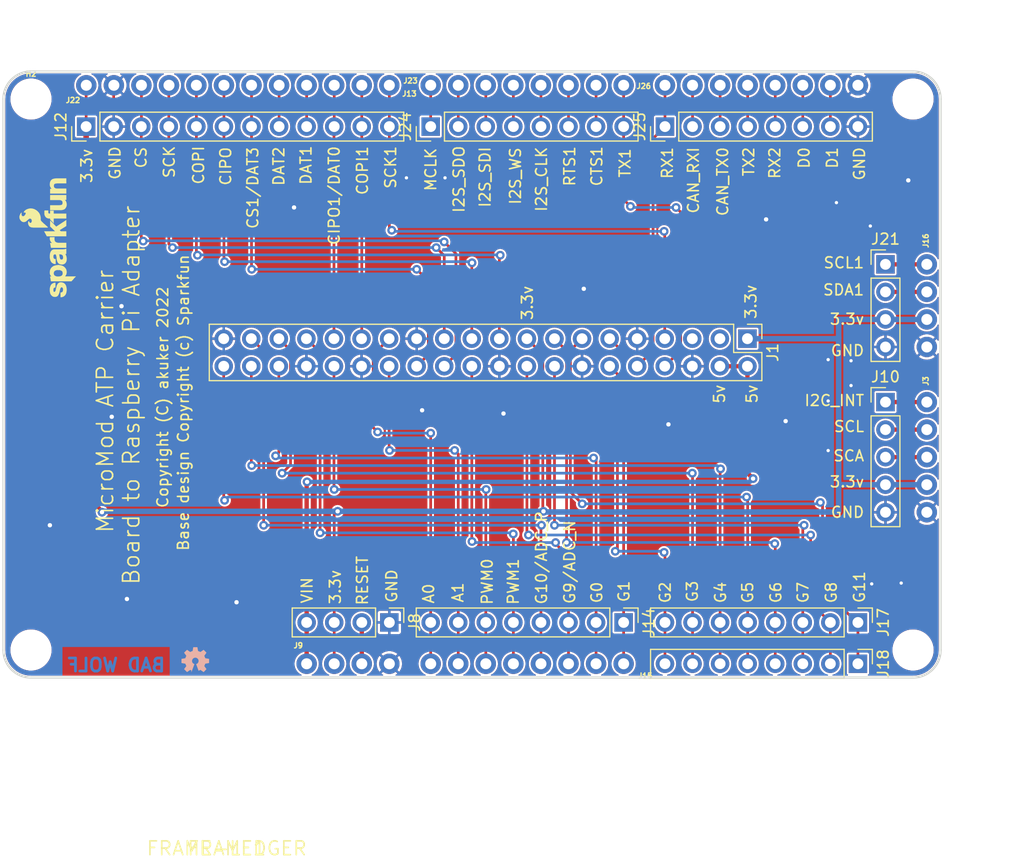
<source format=kicad_pcb>
(kicad_pcb (version 20211014) (generator pcbnew)
  (layers (0 "F.Cu" signal) (31 "B.Cu" signal) (34 "B.Paste" user) (35 "F.Paste" user) (36 "B.SilkS" user "B.Silkscreen") (37 "F.SilkS" user "F.Silkscreen") (38 "B.Mask" user) (39 "F.Mask" user) (44 "Edge.Cuts" user))
  (net 0 "")
  (net 1 "GND")
  (net 2 "3.3V")
  (net 3 "/I2C_~{INT}")
  (net 4 "/SCL")
  (net 5 "/SDA")
  (net 6 "/~{RESET}")
  (net 7 "/~{CS}")
  (net 8 "/SCK")
  (net 9 "/COPI")
  (net 10 "VIN")
  (net 11 "/CIPO")
  (net 12 "/~{CS1}{slash}DAT3")
  (net 13 "/DAT2")
  (net 14 "/DAT1")
  (net 15 "/CIPO1{slash}DAT0")
  (net 16 "/COPI1")
  (net 17 "/SCK1")
  (net 18 "/G1")
  (net 19 "/G0")
  (net 20 "/G9{slash}ADC_N")
  (net 21 "/G10{slash}ADC_P")
  (net 22 "/PWM1")
  (net 23 "/PWM0")
  (net 24 "/A1")
  (net 25 "/A0")
  (net 26 "/SCL1")
  (net 27 "/SDA1")
  (net 28 "/G11")
  (net 29 "/G8")
  (net 30 "/G7")
  (net 31 "/G6")
  (net 32 "/G5")
  (net 33 "/G4")
  (net 34 "/G3")
  (net 35 "/G2")
  (net 36 "/MCLK")
  (net 37 "/I2S_SDO")
  (net 38 "/I2S_SDI")
  (net 39 "/I2S_WS")
  (net 40 "/I2S_CLK")
  (net 41 "/RTS1")
  (net 42 "/CTS1")
  (net 43 "/TX1")
  (net 44 "/RX1")
  (net 45 "/CAN_RXI")
  (net 46 "/CAN_TXO")
  (net 47 "/TX2")
  (net 48 "/RX2")
  (net 49 "/D0")
  (net 50 "/D1")
  (footprint "MicroMod_ATP_CarrierBoard:1X04_NO_SILK" (layer "F.Cu") (at 112.9561 78.3336)
    (fp_text reference "J22")
    (fp_text value "CONN_041X04_NO_SILK_NO_POP")
  )
  (footprint "Connector_PinHeader_2.54mm:PinHeader_1x08_P2.54mm_Vertical" (layer "F.Cu") (at 184.0611 127.8636 -90)
    (fp_text reference "J17")
    (fp_text value "CONN_08SMD-COMBO-FEMALE")
  )
  (footprint "Connector_PinHeader_2.54mm:PinHeader_1x08_P2.54mm_Vertical" (layer "F.Cu") (at 162.4711 127.8636 -90)
    (fp_text reference "J14")
    (fp_text value "CONN_08SMD-COMBO-FEMALE")
  )
  (footprint "Connector_PinHeader_2.54mm:PinHeader_1x05_P2.54mm_Vertical" (layer "F.Cu") (at 186.6011 107.5436)
    (fp_text reference "J10")
    (fp_text value "CONN_05VERT_FEMALE_HEADER")
  )
  (footprint "Connector_PinHeader_2.54mm:PinHeader_1x04_P2.54mm_Vertical" (layer "F.Cu") (at 186.6011 94.8436)
    (fp_text reference "J21")
    (fp_text value "1X04_SMD_STRAIGHT_COMBO")
  )
  (footprint "MicroMod_ATP_CarrierBoard:STAND-OFF" (layer "F.Cu") (at 107.8611 130.4036)
    (fp_text reference "H4")
    (fp_text value "STAND-OFF")
  )
  (footprint "MicroMod_ATP_CarrierBoard:STAND-OFF" (layer "F.Cu") (at 189.1411 130.4036)
    (fp_text reference "H3")
    (fp_text value "STAND-OFF")
  )
  (footprint "Connector_PinHeader_2.54mm:PinHeader_1x12_P2.54mm_Vertical" (layer "F.Cu") (at 112.9411 82.1436 90)
    (fp_text reference "J12")
    (fp_text value "CONN_12SMD_COMBINED")
  )
  (footprint "MicroMod_ATP_CarrierBoard:1X04_NO_SILK" (layer "F.Cu") (at 190.4111 94.8436 -90)
    (fp_text reference "J16")
    (fp_text value "CONN_041X04_NO_SILK_NO_POP")
  )
  (footprint "MicroMod_ATP_CarrierBoard:1X08_NO_SILK" (layer "F.Cu") (at 162.4711 131.6736 180)
    (fp_text reference "J15")
    (fp_text value "CONN_08NO_SILK_FEMALE_PTH")
  )
  (footprint "MicroMod_ATP_CarrierBoard:STAND-OFF" (layer "F.Cu") (at 107.8611 79.6036)
    (fp_text reference "H2")
    (fp_text value "STAND-OFF")
  )
  (footprint "MicroMod_ATP_CarrierBoard:CREATIVE_COMMONS" (layer "F.Cu") (at 125.8951 148.6916)
    (fp_text reference "FRAME1")
    (fp_text value "FRAME-LEDGER")
  )
  (footprint "Connector_PinHeader_2.54mm:PinHeader_2x20_P2.54mm_Vertical" (layer "F.Cu") (at 173.88 101.7 -90)
    (fp_text reference "J1")
    (fp_text value "Raspberry_Pi_2_3")
  )
  (footprint "MicroMod_ATP_CarrierBoard:STAND-OFF" (layer "F.Cu") (at 189.1411 79.6036)
    (fp_text reference "H1")
    (fp_text value "STAND-OFF")
  )
  (footprint "Connector_PinHeader_2.54mm:PinHeader_1x04_P2.54mm_Vertical" (layer "F.Cu") (at 140.8811 127.8636 -90)
    (fp_text reference "J8")
    (fp_text value "1X04_SMD_STRAIGHT_COMBO")
  )
  (footprint "Connector_PinHeader_2.54mm:PinHeader_1x08_P2.54mm_Vertical" (layer "F.Cu") (at 166.2811 82.1436 90)
    (fp_text reference "J25")
    (fp_text value "CONN_08SMD-COMBO-FEMALE")
  )
  (footprint "MicroMod_ATP_CarrierBoard:SFE_LOGO_NAME_FLAME_.1" (layer "F.Cu") (at 110.494059 92.312845 90)
    (fp_text reference "LOGO1")
    (fp_text value "SFE_LOGO_NAME_FLAME.1_INCH")
  )
  (footprint "Connector_PinHeader_2.54mm:PinHeader_1x08_P2.54mm_Vertical" (layer "F.Cu") (at 184.0611 131.6736 -90)
    (fp_text reference "J18")
    (fp_text value "CONN_08NO_SILK_FEMALE_PTH")
  )
  (footprint "MicroMod_ATP_CarrierBoard:1X08_NO_SILK" (layer "F.Cu") (at 144.6911 78.3336)
    (fp_text reference "J23")
    (fp_text value "CONN_08NO_SILK_FEMALE_PTH")
  )
  (footprint "MicroMod_ATP_CarrierBoard:1X08_NO_SILK" (layer "F.Cu") (at 140.8811 78.3336 180)
    (fp_text reference "J13")
    (fp_text value "CONN_08NO_SILK_DNP")
  )
  (footprint "Connector_PinHeader_2.54mm:PinHeader_1x08_P2.54mm_Vertical" (layer "F.Cu") (at 144.6911 82.1436 90)
    (fp_text reference "J24")
    (fp_text value "CONN_08SMD-COMBO-FEMALE")
  )
  (footprint "MicroMod_ATP_CarrierBoard:1X08_NO_SILK" (layer "F.Cu") (at 166.2811 78.3336)
    (fp_text reference "J26")
    (fp_text value "CONN_08NO_SILK_FEMALE_PTH")
  )
  (footprint "MicroMod_ATP_CarrierBoard:1X04_NO_SILK" (layer "F.Cu") (at 133.2611 131.6736)
    (fp_text reference "J9")
    (fp_text value "CONN_041X04_NO_SILK")
  )
  (footprint "MicroMod_ATP_CarrierBoard:1X05_NO_SILK" (layer "F.Cu") (at 190.4111 107.5436 -90)
    (fp_text reference "J3")
    (fp_text value "CONN_05NO_SILK")
  )
  (footprint "MicroMod_ATP_CarrierBoard:OSHW-LOGO-MINI" (layer "B.Cu") (at 123 131.4 180)
    (fp_text reference "LOGO3" hide)
    (fp_text value "OSHW-LOGOMINI" hide)
  )
  (gr_arc (start 189.1411 77.0636) (mid 190.937151 77.807549) (end 191.6811 79.6036) (layer "Edge.Cuts") (width 0.2032))
  (gr_line (start 107.8611 77.0636) (end 189.1411 77.0636) (layer "Edge.Cuts") (width 0.2032))
  (gr_line (start 191.6811 79.6036) (end 191.6811 130.4036) (layer "Edge.Cuts") (width 0.2032))
  (gr_arc (start 191.6811 130.4036) (mid 190.937151 132.199651) (end 189.1411 132.9436) (layer "Edge.Cuts") (width 0.2032))
  (gr_line (start 105.3211 130.4036) (end 105.3211 79.6036) (layer "Edge.Cuts") (width 0.2032))
  (gr_line (start 189.1411 132.9436) (end 107.8611 132.9436) (layer "Edge.Cuts") (width 0.2032))
  (gr_arc (start 107.8611 132.9436) (mid 106.065049 132.199651) (end 105.3211 130.4036) (layer "Edge.Cuts") (width 0.2032))
  (gr_arc (start 105.3211 79.6036) (mid 106.065049 77.807549) (end 107.8611 77.0636) (layer "Edge.Cuts") (width 0.2032))
  (gr_text "BAD WOLF" (at 115.7 131.8) (layer "B.Cu") (effects (font (size 1.2 1.2) (thickness 0.254)) (justify mirror)))
  (gr_text "GND" (at 183.1 102.8) (layer "F.SilkS") (effects (font (size 1 1))))
  (gr_text "G1" (at 162.5 125 90) (layer "F.SilkS") (effects (font (size 1 1))))
  (gr_text "DAT1" (at 133.2 85.7 90) (layer "F.SilkS") (effects (font (size 1 1))))
  (gr_text "I2S_SDO\n" (at 147.3 87 90) (layer "F.SilkS") (effects (font (size 1 1))))
  (gr_text "SCA" (at 183.219048 112.5) (layer "F.SilkS") (effects (font (size 1 1))))
  (gr_text "CS" (at 118 85 90) (layer "F.SilkS") (effects (font (size 1 1))))
  (gr_text "5v" (at 171.3 106.8 90) (layer "F.SilkS") (effects (font (size 1 1))))
  (gr_text "GND" (at 183.1 117.7) (layer "F.SilkS") (effects (font (size 1 1))))
  (gr_text "CTS1" (at 160 85.8 90) (layer "F.SilkS") (effects (font (size 1 1))))
  (gr_text "CAN_TX0" (at 171.6 87.214286 90) (layer "F.SilkS") (effects (font (size 1 1))))
  (gr_text "3.3v" (at 183.052381 114.9) (layer "F.SilkS") (effects (font (size 1 1))))
  (gr_text "SCL" (at 183.242857 109.8) (layer "F.SilkS") (effects (font (size 1 1))))
  (gr_text "G6" (at 176.5 125.1 90) (layer "F.SilkS") (effects (font (size 1 1))))
  (gr_text "MicroMod ATP Carrier \nBoard to Raspberry Pi Adapter" (at 115.9 106.9 90) (layer "F.SilkS") (effects (font (size 1.5 1.5))))
  (gr_text "I2C_INT" (at 181.885715 107.4) (layer "F.SilkS") (effects (font (size 1 1))))
  (gr_text "PWM0" (at 149.9 124.1 90) (layer "F.SilkS") (effects (font (size 1 1))))
  (gr_text "G10/ADC_P" (at 154.9 121.9 90) (layer "F.SilkS") (effects (font (size 1 1))))
  (gr_text "DAT2" (at 130.7 85.8 90) (layer "F.SilkS") (effects (font (size 1 1))))
  (gr_text "PWM1" (at 152.3 124.1 90) (layer "F.SilkS") (effects (font (size 1 1))))
  (gr_text "COPI" (at 123.3 85.7 90) (layer "F.SilkS") (effects (font (size 1 1))))
  (gr_text "G2" (at 166.3 125.1 90) (layer "F.SilkS") (effects (font (size 1 1))))
  (gr_text "CS1/DAT3" (at 128.3 87.8 90) (layer "F.SilkS") (effects (font (size 1 1))))
  (gr_text "G8" (at 181.6 125.1 90) (layer "F.SilkS") (effects (font (size 1 1))))
  (gr_text "CIPO1/DAT0" (at 135.8 88.5 90) (layer "F.SilkS") (effects (font (size 1 1))))
  (gr_text "I2S_WS" (at 152.5 86.7 90) (layer "F.SilkS") (effects (font (size 1 1))))
  (gr_text "MCLK" (at 144.7 86.1 90) (layer "F.SilkS") (effects (font (size 1 1))))
  (gr_text "RTS1" (at 157.5 85.8 90) (layer "F.SilkS") (effects (font (size 1 1))))
  (gr_text "Copyright (C) akuker 2022" (at 120 107.1 90) (layer "F.SilkS") (effects (font (size 1 1))))
  (gr_text "D1" (at 181.7 85.02381 90) (layer "F.SilkS") (effects (font (size 1 1))))
  (gr_text "GND" (at 115.6 85.5 90) (layer "F.SilkS") (effects (font (size 1 1))))
  (gr_text "G3" (at 168.8 125 90) (layer "F.SilkS") (effects (font (size 1 1))))
  (gr_text "G9/ADC_N" (at 157.5 122.3 90) (layer "F.SilkS") (effects (font (size 1 1))))
  (gr_text "CAN_RXI" (at 168.9 87.095238 90) (layer "F.SilkS") (effects (font (size 1 1))))
  (gr_text "I2S_CLK\n" (at 154.9 87 90) (layer "F.SilkS") (effects (font (size 1 1))))
  (gr_text "3.3v" (at 174.2 98.3 90) (layer "F.SilkS") (effects (font (size 1 1))))
  (gr_text "TX2" (at 174 85.380953 90) (layer "F.SilkS") (effects (font (size 1 1))))
  (gr_text "3.3v" (at 183.052381 99.9) (layer "F.SilkS") (effects (font (size 1 1))))
  (gr_text "GND" (at 184.2 85.571429 90) (layer "F.SilkS") (effects (font (size 1 1))))
  (gr_text "G5" (at 173.9 125.1 90) (layer "F.SilkS") (effects (font (size 1 1))))
  (gr_text "D0" (at 179.1 85.02381 90) (layer "F.SilkS") (effects (font (size 1 1))))
  (gr_text "SCK" (at 120.6 85.4 90) (layer "F.SilkS") (effects (font (size 1 1))))
  (gr_text "Base design Copyright (c) Sparkfun" (at 121.9 107.6 90) (layer "F.SilkS") (effects (font (size 1 1))))
  (gr_text "RX2" (at 176.4 85.5 90) (layer "F.SilkS") (effects (font (size 1 1))))
  (gr_text "SCK1" (at 141 85.9 90) (layer "F.SilkS") (effects (font (size 1 1))))
  (gr_text "G0" (at 160 125.1 90) (layer "F.SilkS") (effects (font (size 1 1))))
  (gr_text "I2S_SDI\n" (at 149.7 86.8 90) (layer "F.SilkS") (effects (font (size 1 1))))
  (gr_text "SDA1" (at 182.742857 97.2) (layer "F.SilkS") (effects (font (size 1 1))))
  (gr_text "VIN" (at 133.3 124.9 90) (layer "F.SilkS") (effects (font (size 1 1))))
  (gr_text "SCL1" (at 182.766667 94.7) (layer "F.SilkS") (effects (font (size 1 1))))
  (gr_text "RX1" (at 166.5 85.5 90) (layer "F.SilkS") (effects (font (size 1 1))))
  (gr_text "G7" (at 179 125.1 90) (layer "F.SilkS") (effects (font (size 1 1))))
  (gr_text "CIPO" (at 125.8 85.8 90) (layer "F.SilkS") (effects (font (size 1 1))))
  (gr_text "G11" (at 184.2 124.6 90) (layer "F.SilkS") (effects (font (size 1 1))))
  (gr_text "TX1" (at 162.6 85.5 90) (layer "F.SilkS") (effects (font (size 1 1))))
  (gr_text "COPI1" (at 138.4 86.2 90) (layer "F.SilkS") (effects (font (size 1 1))))
  (gr_text "A1" (at 147.2 125.1 90) (layer "F.SilkS") (effects (font (size 1 1))))
  (gr_text "A0" (at 144.5 125.2 90) (layer "F.SilkS") (effects (font (size 1 1))))
  (gr_text "3.3v" (at 135.9 124.6 90) (layer "F.SilkS") (effects (font (size 1 1))))
  (gr_text "3.3v" (at 153.6 98.4 90) (layer "F.SilkS") (effects (font (size 1 1))))
  (gr_text "3.3v" (at 113 84.1 90) (layer "F.SilkS") (effects (font (size 1 1)) (justify right)))
  (gr_text "GND" (at 141.1 124.5 90) (layer "F.SilkS") (effects (font (size 1 1))))
  (gr_text "RESET" (at 138.4 124 90) (layer "F.SilkS") (effects (font (size 1 1))))
  (gr_text "5v\n" (at 174.3 106.8 90) (layer "F.SilkS") (effects (font (size 1 1))))
  (gr_text "G4" (at 171.4 125.1 90) (layer "F.SilkS") (effects (font (size 1 1))))
  (segment (start 115.4811 78.3486) (end 115.4961 78.3336) (width 0.25) (layer "F.Cu") (net 1))
  (segment (start 115.4811 82.1436) (end 115.4811 78.3486) (width 0.25) (layer "F.Cu") (net 1))
  (via (at 181.3179 112.014) (size 0.5588) (drill 0.3048) (layers "F.Cu" "B.Cu") (net 1))
  (via (at 181.3179 107.442) (size 0.5588) (drill 0.3048) (layers "F.Cu" "B.Cu") (net 1))
  (via (at 188.0489 124.2314) (size 0.5588) (drill 0.3048) (layers "F.Cu" "B.Cu") (net 1))
  (via (at 151.4 108.6) (size 0.8) (drill 0.4) (layers "F.Cu" "B.Cu") (net 1))
  (via (at 132.1 89.6) (size 0.8) (drill 0.4) (layers "F.Cu" "B.Cu") (net 1))
  (via (at 185.2041 91.313) (size 0.5588) (drill 0.3048) (layers "F.Cu" "B.Cu") (net 1))
  (via (at 116.2 98.7) (size 0.8) (drill 0.4) (layers "F.Cu" "B.Cu") (net 1))
  (via (at 175.6 90.7) (size 0.8) (drill 0.4) (layers "F.Cu" "B.Cu") (net 1))
  (via (at 143.9 108.3) (size 0.8) (drill 0.4) (layers "F.Cu" "B.Cu") (net 1))
  (via (at 146.0119 86.868) (size 0.5588) (drill 0.3048) (layers "F.Cu" "B.Cu") (net 1))
  (via (at 183.4261 103.7336) (size 0.5588) (drill 0.3048) (layers "F.Cu" "B.Cu") (net 1))
  (via (at 158.8 97.1) (size 0.8) (drill 0.4) (layers "F.Cu" "B.Cu") (net 1))
  (via (at 183.4261 106.0196) (size 0.5588) (drill 0.3048) (layers "F.Cu" "B.Cu") (net 1))
  (via (at 116.7 125.7) (size 0.8) (drill 0.4) (layers "F.Cu" "B.Cu") (net 1))
  (via (at 177.4 109.3) (size 0.8) (drill 0.4) (layers "F.Cu" "B.Cu") (net 1))
  (via (at 115.3 108.9) (size 0.8) (drill 0.4) (layers "F.Cu" "B.Cu") (net 1))
  (via (at 185.3311 124.3076) (size 0.5588) (drill 0.3048) (layers "F.Cu" "B.Cu") (net 1))
  (via (at 126.8 126) (size 0.8) (drill 0.4) (layers "F.Cu" "B.Cu") (net 1))
  (via (at 142.4559 86.868) (size 0.5588) (drill 0.3048) (layers "F.Cu" "B.Cu") (net 1))
  (via (at 182.0799 89.154) (size 0.5588) (drill 0.3048) (layers "F.Cu" "B.Cu") (net 1))
  (via (at 188.7 87.1) (size 0.8) (drill 0.4) (layers "F.Cu" "B.Cu") (net 1))
  (via (at 109.6 118.9) (size 0.8) (drill 0.4) (layers "F.Cu" "B.Cu") (net 1))
  (via (at 166.6 109.6) (size 0.8) (drill 0.4) (layers "F.Cu" "B.Cu") (net 1))
  (via (at 181.3179 103.632) (size 0.5588) (drill 0.3048) (layers "F.Cu" "B.Cu") (net 1))
  (segment (start 153.56 101.7) (end 155.023889 103.163889) (width 0.25) (layer "F.Cu") (net 2))
  (segment (start 112.9411 82.1436) (end 112.9411 78.3486) (width 0.25) (layer "F.Cu") (net 2))
  (segment (start 155.023889 103.163889) (end 155.023889 117.555089) (width 0.25) (layer "F.Cu") (net 2))
  (segment (start 135.8011 127.8636) (end 135.8011 131.6736) (width 0.25) (layer "F.Cu") (net 2))
  (segment (start 135.8011 117.9301) (end 136.1156 117.6156) (width 0.25) (layer "F.Cu") (net 2))
  (segment (start 135.8011 127.8636) (end 135.8011 117.9301) (width 0.25) (layer "F.Cu") (net 2))
  (segment (start 114.4 117.7) (end 112.9411 116.2411) (width 0.508) (layer "F.Cu") (net 2))
  (segment (start 112.9411 116.2411) (end 112.9411 82.1436) (width 0.508) (layer "F.Cu") (net 2))
  (segment (start 112.9411 78.3486) (end 112.9561 78.3336) (width 0.25) (layer "F.Cu") (net 2))
  (segment (start 155.023889 117.555089) (end 155.0844 117.6156) (width 0.25) (layer "F.Cu") (net 2))
  (via (at 155.0844 117.6156) (size 0.8) (drill 0.4) (layers "F.Cu" "B.Cu") (net 2))
  (via (at 136.1156 117.6156) (size 0.8) (drill 0.4) (layers "F.Cu" "B.Cu") (net 2))
  (via (at 114.4 117.7) (size 0.8) (drill 0.4) (layers "F.Cu" "B.Cu") (net 2))
  (segment (start 182.2831 101.6169) (end 182.2 101.7) (width 0.508) (layer "B.Cu") (net 2))
  (segment (start 158.964954 117.681201) (end 158.966782 117.679373) (width 0.508) (layer "B.Cu") (net 2))
  (segment (start 114.4844 117.6156) (end 136.1156 117.6156) (width 0.508) (layer "B.Cu") (net 2))
  (segment (start 158.337578 117.679373) (end 158.339406 117.681201) (width 0.508) (layer "B.Cu") (net 2))
  (segment (start 114.4844 117.6156) (end 114.4 117.7) (width 0.508) (layer "B.Cu") (net 2))
  (segment (start 182.219327 117.679373) (end 182.2831 117.6156) (width 0.508) (layer "B.Cu") (net 2))
  (segment (start 158.339406 117.681201) (end 158.964954 117.681201) (width 0.508) (layer "B.Cu") (net 2))
  (segment (start 182.2831 117.6156) (end 182.2831 115.1636) (width 0.508) (layer "B.Cu") (net 2))
  (segment (start 190.4111 99.9236) (end 182.2831 99.9236) (width 0.508) (layer "B.Cu") (net 2))
  (segment (start 155.0844 117.6156) (end 155.148173 117.679373) (width 0.508) (layer "B.Cu") (net 2))
  (segment (start 182.2831 115.1636) (end 182.2831 101.6169) (width 0.508) (layer "B.Cu") (net 2))
  (segment (start 158.966782 117.679373) (end 182.219327 117.679373) (width 0.508) (layer "B.Cu") (net 2))
  (segment (start 182.2831 101.6169) (end 182.2831 99.9236) (width 0.508) (layer "B.Cu") (net 2))
  (segment (start 155.148173 117.679373) (end 158.337578 117.679373) (width 0.508) (layer "B.Cu") (net 2))
  (segment (start 182.2831 115.1636) (end 190.4111 115.1636) (width 0.508) (layer "B.Cu") (net 2))
  (segment (start 182.2 101.7) (end 173.88 101.7) (width 0.508) (layer "B.Cu") (net 2))
  (segment (start 136.1156 117.6156) (end 155.0844 117.6156) (width 0.508) (layer "B.Cu") (net 2))
  (segment (start 190.4111 107.5436) (end 186.6011 107.5436) (width 0.4) (layer "F.Cu") (net 3))
  (segment (start 186.6011 110.0836) (end 190.4111 110.0836) (width 0.4) (layer "F.Cu") (net 4))
  (segment (start 190.4111 112.6236) (end 186.6011 112.6236) (width 0.4) (layer "F.Cu") (net 5))
  (segment (start 138.3411 131.6736) (end 138.3411 127.8636) (width 0.4) (layer "F.Cu") (net 6))
  (segment (start 118.0361 78.3336) (end 118.0361 82.1286) (width 0.25) (layer "F.Cu") (net 7))
  (segment (start 147.016111 93.859099) (end 145.933257 92.776245) (width 0.25) (layer "F.Cu") (net 7))
  (segment (start 118.0361 82.1286) (end 118.0211 82.1436) (width 0.25) (layer "F.Cu") (net 7))
  (segment (start 118.0211 92.5211) (end 118.2 92.7) (width 0.25) (layer "F.Cu") (net 7))
  (segment (start 145.94 104.24) (end 147.016111 103.163889) (width 0.25) (layer "F.Cu") (net 7))
  (segment (start 147.016111 103.163889) (end 147.016111 93.859099) (width 0.25) (layer "F.Cu") (net 7))
  (segment (start 118.0211 82.1436) (end 118.0211 92.5211) (width 0.25) (layer "F.Cu") (net 7))
  (via (at 118.2 92.7) (size 0.8) (drill 0.4) (layers "F.Cu" "B.Cu") (net 7))
  (via (at 145.933257 92.776245) (size 0.8) (drill 0.4) (layers "F.Cu" "B.Cu") (net 7))
  (segment (start 118.2 92.7) (end 118.226101 92.673899) (width 0.25) (layer "B.Cu") (net 7))
  (segment (start 145.830911 92.673899) (end 145.933257 92.776245) (width 0.25) (layer "B.Cu") (net 7))
  (segment (start 118.226101 92.673899) (end 145.830911 92.673899) (width 0.25) (layer "B.Cu") (net 7))
  (segment (start 145.2 93.3) (end 145.94 94.04) (width 0.25) (layer "F.Cu") (net 8))
  (segment (start 120.5611 92.9611) (end 120.9 93.3) (width 0.25) (layer "F.Cu") (net 8))
  (segment (start 120.5611 82.1436) (end 120.5611 78.3486) (width 0.25) (layer "F.Cu") (net 8))
  (segment (start 145.94 94.04) (end 145.94 101.7) (width 0.25) (layer "F.Cu") (net 8))
  (segment (start 120.5611 82.1436) (end 120.5611 92.9611) (width 0.25) (layer "F.Cu") (net 8))
  (segment (start 120.5611 78.3486) (end 120.5761 78.3336) (width 0.25) (layer "F.Cu") (net 8))
  (via (at 145.2 93.3) (size 0.8) (drill 0.4) (layers "F.Cu" "B.Cu") (net 8))
  (via (at 120.9 93.3) (size 0.8) (drill 0.4) (layers "F.Cu" "B.Cu") (net 8))
  (segment (start 120.9 93.3) (end 145.2 93.3) (width 0.25) (layer "B.Cu") (net 8))
  (segment (start 123.1011 78.3336) (end 123.1011 82.1436) (width 0.25) (layer "F.Cu") (net 9))
  (segment (start 151.02 94.08) (end 151.1 94) (width 0.25) (layer "F.Cu") (net 9))
  (segment (start 123.1011 93.9011) (end 123.2 94) (width 0.25) (layer "F.Cu") (net 9))
  (segment (start 123.1011 82.1436) (end 123.1011 93.9011) (width 0.25) (layer "F.Cu") (net 9))
  (segment (start 151.02 101.7) (end 151.02 94.08) (width 0.25) (layer "F.Cu") (net 9))
  (via (at 123.2 94) (size 0.8) (drill 0.4) (layers "F.Cu" "B.Cu") (net 9))
  (via (at 151.1 94) (size 0.8) (drill 0.4) (layers "F.Cu" "B.Cu") (net 9))
  (segment (start 123.2 94) (end 123.226101 93.973899) (width 0.25) (layer "B.Cu") (net 9))
  (segment (start 151.073899 93.973899) (end 151.1 94) (width 0.25) (layer "B.Cu") (net 9))
  (segment (start 123.226101 93.973899) (end 151.073899 93.973899) (width 0.25) (layer "B.Cu") (net 9))
  (segment (start 173.88 114.08) (end 174.4 114.6) (width 0.4) (layer "F.Cu") (net 10))
  (segment (start 133.2611 114.9389) (end 133.3 114.9) (width 0.4) (layer "F.Cu") (net 10))
  (segment (start 171.34 104.24) (end 173.88 104.24) (width 0.4) (layer "F.Cu") (net 10))
  (segment (start 173.88 104.24) (end 173.88 114.08) (width 0.4) (layer "F.Cu") (net 10))
  (segment (start 133.2611 127.8636) (end 133.2611 114.9389) (width 0.4) (layer "F.Cu") (net 10))
  (segment (start 133.2611 131.6736) (end 133.2611 127.8636) (width 0.4) (layer "F.Cu") (net 10))
  (via (at 174.4 114.6) (size 0.8) (drill 0.4) (layers "F.Cu" "B.Cu") (net 10))
  (via (at 133.3 114.9) (size 0.8) (drill 0.4) (layers "F.Cu" "B.Cu") (net 10))
  (segment (start 133.301101 114.898899) (end 174.101101 114.898899) (width 0.4) (layer "B.Cu") (net 10))
  (segment (start 174.101101 114.898899) (end 174.4 114.6) (width 0.4) (layer "B.Cu") (net 10))
  (segment (start 133.3 114.9) (end 133.301101 114.898899) (width 0.4) (layer "B.Cu") (net 10))
  (segment (start 125.6411 82.1436) (end 125.6411 78.3336) (width 0.25) (layer "F.Cu") (net 11))
  (segment (start 125.6411 82.1436) (end 125.6411 94.5411) (width 0.25) (layer "F.Cu") (net 11))
  (segment (start 148.5 94.7) (end 148.48 94.72) (width 0.25) (layer "F.Cu") (net 11))
  (segment (start 148.48 94.72) (end 148.48 101.7) (width 0.25) (layer "F.Cu") (net 11))
  (segment (start 125.6411 94.5411) (end 125.7 94.6) (width 0.25) (layer "F.Cu") (net 11))
  (via (at 148.5 94.7) (size 0.8) (drill 0.4) (layers "F.Cu" "B.Cu") (net 11))
  (via (at 125.7 94.6) (size 0.8) (drill 0.4) (layers "F.Cu" "B.Cu") (net 11))
  (segment (start 148.4 94.6) (end 148.5 94.7) (width 0.25) (layer "B.Cu") (net 11))
  (segment (start 125.7 94.6) (end 148.4 94.6) (width 0.25) (layer "B.Cu") (net 11))
  (segment (start 128.1811 78.3336) (end 128.1811 82.1436) (width 0.25) (layer "F.Cu") (net 12))
  (segment (start 143.4 95.3) (end 144.476111 96.376111) (width 0.25) (layer "F.Cu") (net 12))
  (segment (start 144.476111 96.376111) (end 144.476111 103.163889) (width 0.25) (layer "F.Cu") (net 12))
  (segment (start 128.1811 95.2811) (end 128.2 95.3) (width 0.25) (layer "F.Cu") (net 12))
  (segment (start 128.1811 82.1436) (end 128.1811 95.2811) (width 0.25) (layer "F.Cu") (net 12))
  (segment (start 144.476111 103.163889) (end 143.4 104.24) (width 0.25) (layer "F.Cu") (net 12))
  (via (at 143.4 95.3) (size 0.8) (drill 0.4) (layers "F.Cu" "B.Cu") (net 12))
  (via (at 128.2 95.3) (size 0.8) (drill 0.4) (layers "F.Cu" "B.Cu") (net 12))
  (segment (start 128.2 95.3) (end 143.4 95.3) (width 0.25) (layer "B.Cu") (net 12))
  (segment (start 130.7211 82.1436) (end 130.7211 78.3336) (width 0.25) (layer "F.Cu") (net 13))
  (segment (start 133.2611 78.3336) (end 133.2611 82.1436) (width 0.25) (layer "F.Cu") (net 14))
  (segment (start 135.78 101.7) (end 135.78 82.1647) (width 0.25) (layer "F.Cu") (net 15))
  (segment (start 135.78 82.1647) (end 135.8011 82.1436) (width 0.25) (layer "F.Cu") (net 15))
  (segment (start 135.8011 78.3336) (end 135.8011 82.1436) (width 0.25) (layer "F.Cu") (net 15))
  (segment (start 138.3411 82.1436) (end 138.3411 101.6789) (width 0.25) (layer "F.Cu") (net 16))
  (segment (start 138.3411 101.6789) (end 138.32 101.7) (width 0.25) (layer "F.Cu") (net 16))
  (segment (start 138.3411 78.3336) (end 138.3411 82.1436) (width 0.25) (layer "F.Cu") (net 16))
  (segment (start 141.1 91.7) (end 140.8811 91.4811) (width 0.25) (layer "F.Cu") (net 17))
  (segment (start 166.26 101.7) (end 166.26 91.86) (width 0.25) (layer "F.Cu") (net 17))
  (segment (start 140.8811 78.3336) (end 140.8811 82.1436) (width 0.25) (layer "F.Cu") (net 17))
  (segment (start 140.8811 91.4811) (end 140.8811 82.1436) (width 0.25) (layer "F.Cu") (net 17))
  (segment (start 166.26 91.86) (end 166.2 91.8) (width 0.25) (layer "F.Cu") (net 17))
  (via (at 141.1 91.7) (size 0.8) (drill 0.4) (layers "F.Cu" "B.Cu") (net 17))
  (via (at 166.2 91.8) (size 0.8) (drill 0.4) (layers "F.Cu" "B.Cu") (net 17))
  (segment (start 166.2 91.8) (end 141.2 91.8) (width 0.25) (layer "B.Cu") (net 17))
  (segment (start 141.2 91.8) (end 141.1 91.7) (width 0.25) (layer "B.Cu") (net 17))
  (segment (start 162.4711 102.9911) (end 162.4711 127.8636) (width 0.25) (layer "F.Cu") (net 18))
  (segment (start 161.18 101.7) (end 162.4711 102.9911) (width 0.25) (layer "F.Cu") (net 18))
  (segment (start 162.4711 127.8636) (end 162.4711 131.6736) (width 0.25) (layer "F.Cu") (net 18))
  (segment (start 130.4 112.5) (end 130.7 112.2) (width 0.25) (layer "F.Cu") (net 19))
  (segment (start 130.7 112.2) (end 130.7 104.24) (width 0.25) (layer "F.Cu") (net 19))
  (segment (start 159.9311 112.9311) (end 159.7 112.7) (width 0.25) (layer "F.Cu") (net 19))
  (segment (start 159.9311 127.8636) (end 159.9311 112.9311) (width 0.25) (layer "F.Cu") (net 19))
  (segment (start 159.9311 131.6736) (end 159.9311 127.8636) (width 0.25) (layer "F.Cu") (net 19))
  (via (at 130.4 112.5) (size 0.8) (drill 0.4) (layers "F.Cu" "B.Cu") (net 19))
  (via (at 159.7 112.7) (size 0.8) (drill 0.4) (layers "F.Cu" "B.Cu") (net 19))
  (segment (start 130.6 112.7) (end 130.4 112.5) (width 0.25) (layer "B.Cu") (net 19))
  (segment (start 159.7 112.7) (end 130.6 112.7) (width 0.25) (layer "B.Cu") (net 19))
  (segment (start 157.3911 127.8636) (end 157.3911 121.7911) (width 0.25) (layer "F.Cu") (net 20))
  (segment (start 157.3911 131.6736) (end 157.3911 127.8636) (width 0.25) (layer "F.Cu") (net 20))
  (segment (start 156.4 120.8) (end 156.2 120.6) (width 0.25) (layer "F.Cu") (net 20))
  (segment (start 156.2 120.6) (end 156.2 120.5) (width 0.25) (layer "F.Cu") (net 20))
  (segment (start 157.3911 121.7911) (end 156.4 120.8) (width 0.25) (layer "F.Cu") (net 20))
  (segment (start 148.5 120.4) (end 148.48 120.38) (width 0.25) (layer "F.Cu") (net 20))
  (segment (start 148.48 120.38) (end 148.48 104.24) (width 0.25) (layer "F.Cu") (net 20))
  (via (at 156.2 120.5) (size 0.8) (drill 0.4) (layers "F.Cu" "B.Cu") (net 20))
  (via (at 148.5 120.4) (size 0.8) (drill 0.4) (layers "F.Cu" "B.Cu") (net 20))
  (segment (start 156.2 120.5) (end 148.6 120.5) (width 0.25) (layer "B.Cu") (net 20))
  (segment (start 148.6 120.5) (end 148.5 120.4) (width 0.25) (layer "B.Cu") (net 20))
  (segment (start 129.3 102.84) (end 129.3 118.9) (width 0.25) (layer "F.Cu") (net 21))
  (segment (start 154.8511 131.6736) (end 154.8511 127.8636) (width 0.25) (layer "F.Cu") (net 21))
  (segment (start 154.8511 118.9489) (end 154.8511 127.8636) (width 0.25) (layer "F.Cu") (net 21))
  (segment (start 128.16 101.7) (end 129.3 102.84) (width 0.25) (layer "F.Cu") (net 21))
  (segment (start 154.9 118.9) (end 154.8511 118.9489) (width 0.25) (layer "F.Cu") (net 21))
  (via (at 154.9 118.9) (size 0.8) (drill 0.4) (layers "F.Cu" "B.Cu") (net 21))
  (via (at 129.3 118.9) (size 0.8) (drill 0.4) (layers "F.Cu" "B.Cu") (net 21))
  (segment (start 129.3 118.9) (end 154.9 118.9) (width 0.25) (layer "B.Cu") (net 21))
  (segment (start 152.3 119.7) (end 152.3111 119.7111) (width 0.25) (layer "F.Cu") (net 22))
  (segment (start 152.3111 131.6736) (end 152.3111 127.8636) (width 0.25) (layer "F.Cu") (net 22))
  (segment (start 152.3111 119.7111) (end 152.3111 127.8636) (width 0.25) (layer "F.Cu") (net 22))
  (segment (start 134.5 102.96) (end 134.5 119.6) (width 0.25) (layer "F.Cu") (net 22))
  (segment (start 133.24 101.7) (end 134.5 102.96) (width 0.25) (layer "F.Cu") (net 22))
  (via (at 134.5 119.6) (size 0.8) (drill 0.4) (layers "F.Cu" "B.Cu") (net 22))
  (via (at 152.3 119.7) (size 0.8) (drill 0.4) (layers "F.Cu" "B.Cu") (net 22))
  (segment (start 152.2 119.6) (end 152.3 119.7) (width 0.25) (layer "B.Cu") (net 22))
  (segment (start 134.5 119.6) (end 152.2 119.6) (width 0.25) (layer "B.Cu") (net 22))
  (segment (start 135.78 115.58) (end 135.78 104.24) (width 0.25) (layer "F.Cu") (net 23))
  (segment (start 135.8 115.6) (end 135.78 115.58) (width 0.25) (layer "F.Cu") (net 23))
  (segment (start 149.7711 131.6736) (end 149.7711 127.8636) (width 0.25) (layer "F.Cu") (net 23))
  (segment (start 149.7711 127.8636) (end 149.7711 115.6289) (width 0.25) (layer "F.Cu") (net 23))
  (segment (start 149.7711 115.6289) (end 149.8 115.6) (width 0.25) (layer "F.Cu") (net 23))
  (via (at 135.8 115.6) (size 0.8) (drill 0.4) (layers "F.Cu" "B.Cu") (net 23))
  (via (at 149.8 115.6) (size 0.8) (drill 0.4) (layers "F.Cu" "B.Cu") (net 23))
  (segment (start 149.8 115.6) (end 135.8 115.6) (width 0.25) (layer "B.Cu") (net 23))
  (segment (start 140.86 104.24) (end 140.86 111.96) (width 0.25) (layer "F.Cu") (net 24))
  (segment (start 146.9 112) (end 147.2311 112.3311) (width 0.25) (layer "F.Cu") (net 24))
  (segment (start 140.86 111.96) (end 140.9 112) (width 0.25) (layer "F.Cu") (net 24))
  (segment (start 147.2311 131.6736) (end 147.2311 127.8636) (width 0.25) (layer "F.Cu") (net 24))
  (segment (start 147.2311 112.3311) (end 147.2311 127.8636) (width 0.25) (layer "F.Cu") (net 24))
  (via (at 140.9 112) (size 0.8) (drill 0.4) (layers "F.Cu" "B.Cu") (net 24))
  (via (at 146.9 112) (size 0.8) (drill 0.4) (layers "F.Cu" "B.Cu") (net 24))
  (segment (start 140.9 112) (end 146.9 112) (width 0.25) (layer "B.Cu") (net 24))
  (segment (start 144.6911 131.6736) (end 144.6911 127.8636) (width 0.25) (layer "F.Cu") (net 25))
  (segment (start 139.8 110.3) (end 139.396111 109.896111) (width 0.25) (layer "F.Cu") (net 25))
  (segment (start 144.6911 127.8636) (end 144.6911 110.4089) (width 0.25) (layer "F.Cu") (net 25))
  (segment (start 139.396111 109.896111) (end 139.396111 103.163889) (width 0.25) (layer "F.Cu") (net 25))
  (segment (start 139.396111 103.163889) (end 140.86 101.7) (width 0.25) (layer "F.Cu") (net 25))
  (via (at 139.8 110.3) (size 0.8) (drill 0.4) (layers "F.Cu" "B.Cu") (net 25))
  (via (at 144.6911 110.4089) (size 0.8) (drill 0.4) (layers "F.Cu" "B.Cu") (net 25))
  (segment (start 139.9089 110.4089) (end 139.8 110.3) (width 0.25) (layer "B.Cu") (net 25))
  (segment (start 144.6911 110.4089) (end 139.9089 110.4089) (width 0.25) (layer "B.Cu") (net 25))
  (segment (start 186.6011 94.8436) (end 190.4111 94.8436) (width 0.4) (layer "F.Cu") (net 26))
  (segment (start 190.4111 97.3836) (end 186.6011 97.3836) (width 0.4) (layer "F.Cu") (net 27))
  (segment (start 184.0611 127.8636) (end 183.9636 127.8636) (width 0.25) (layer "F.Cu") (net 28))
  (segment (start 184.0611 127.8636) (end 184.0611 131.6736) (width 0.25) (layer "F.Cu") (net 28))
  (segment (start 180.8 117) (end 180.6 116.8) (width 0.25) (layer "F.Cu") (net 28))
  (segment (start 183.9636 127.8636) (end 180.8 124.7) (width 0.25) (layer "F.Cu") (net 28))
  (segment (start 158.64 101.7) (end 157.563889 102.776111) (width 0.25) (layer "F.Cu") (net 28))
  (segment (start 157.563889 115.837809) (end 158.65218 116.9261) (width 0.25) (layer "F.Cu") (net 28))
  (segment (start 180.8 124.7) (end 180.8 117) (width 0.25) (layer "F.Cu") (net 28))
  (segment (start 157.563889 102.776111) (end 157.563889 115.837809) (width 0.25) (layer "F.Cu") (net 28))
  (via (at 180.6 116.8) (size 0.8) (drill 0.4) (layers "F.Cu" "B.Cu") (net 28))
  (via (at 158.65218 116.9261) (size 0.8) (drill 0.4) (layers "F.Cu" "B.Cu") (net 28))
  (segment (start 180.473899 116.926101) (end 158.65218 116.9261) (width 0.25) (layer "B.Cu") (net 28))
  (segment (start 180.6 116.8) (end 180.473899 116.926101) (width 0.25) (layer "B.Cu") (net 28))
  (segment (start 181.5211 131.6736) (end 181.5211 127.8636) (width 0.25) (layer "F.Cu") (net 29))
  (segment (start 153.56 119.66) (end 153.56 104.24) (width 0.25) (layer "F.Cu") (net 29))
  (segment (start 181.5211 127.8636) (end 179.7 126.0425) (width 0.25) (layer "F.Cu") (net 29))
  (segment (start 179.7 126.0425) (end 179.7 119.8) (width 0.25) (layer "F.Cu") (net 29))
  (segment (start 153.7 119.8) (end 153.56 119.66) (width 0.25) (layer "F.Cu") (net 29))
  (via (at 153.7 119.8) (size 0.8) (drill 0.4) (layers "F.Cu" "B.Cu") (net 29))
  (via (at 179.7 119.8) (size 0.8) (drill 0.4) (layers "F.Cu" "B.Cu") (net 29))
  (segment (start 179.7 119.8) (end 153.7 119.8) (width 0.25) (layer "B.Cu") (net 29))
  (segment (start 178.9811 119.0189) (end 178.9811 127.8636) (width 0.25) (layer "F.Cu") (net 30))
  (segment (start 156.1 104.24) (end 156.1 118.9) (width 0.25) (layer "F.Cu") (net 30))
  (segment (start 179.1 118.9) (end 178.9811 119.0189) (width 0.25) (layer "F.Cu") (net 30))
  (segment (start 178.9811 127.8636) (end 178.9811 131.6736) (width 0.25) (layer "F.Cu") (net 30))
  (via (at 156.1 118.9) (size 0.8) (drill 0.4) (layers "F.Cu" "B.Cu") (net 30))
  (via (at 179.1 118.9) (size 0.8) (drill 0.4) (layers "F.Cu" "B.Cu") (net 30))
  (segment (start 156.1 118.9) (end 179.1 118.9) (width 0.25) (layer "B.Cu") (net 30))
  (segment (start 157.212778 102.812778) (end 157.212778 120.487222) (width 0.25) (layer "F.Cu") (net 31))
  (segment (start 176.4 120.6) (end 176.4411 120.6411) (width 0.25) (layer "F.Cu") (net 31))
  (segment (start 156.1 101.7) (end 157.212778 102.812778) (width 0.25) (layer "F.Cu") (net 31))
  (segment (start 176.4411 120.6411) (end 176.4411 127.8636) (width 0.25) (layer "F.Cu") (net 31))
  (segment (start 176.4411 127.8636) (end 176.4411 131.6736) (width 0.25) (layer "F.Cu") (net 31))
  (via (at 157.212778 120.487222) (size 0.8) (drill 0.4) (layers "F.Cu" "B.Cu") (net 31))
  (via (at 176.4 120.6) (size 0.8) (drill 0.4) (layers "F.Cu" "B.Cu") (net 31))
  (segment (start 157.212778 120.487222) (end 176.287222 120.487222) (width 0.25) (layer "B.Cu") (net 31))
  (segment (start 176.287222 120.487222) (end 176.4 120.6) (width 0.25) (layer "B.Cu") (net 31))
  (segment (start 125.62 116.52) (end 125.62 104.24) (width 0.25) (layer "F.Cu") (net 32))
  (segment (start 173.9011 127.8636) (end 173.9011 116.4011) (width 0.25) (layer "F.Cu") (net 32))
  (segment (start 125.7 116.6) (end 125.62 116.52) (width 0.25) (layer "F.Cu") (net 32))
  (segment (start 173.9011 116.4011) (end 173.8 116.3) (width 0.25) (layer "F.Cu") (net 32))
  (segment (start 173.9011 131.6736) (end 173.9011 127.8636) (width 0.25) (layer "F.Cu") (net 32))
  (via (at 173.8 116.3) (size 0.8) (drill 0.4) (layers "F.Cu" "B.Cu") (net 32))
  (via (at 125.7 116.6) (size 0.8) (drill 0.4) (layers "F.Cu" "B.Cu") (net 32))
  (segment (start 173.8 116.3) (end 126 116.3) (width 0.25) (layer "B.Cu") (net 32))
  (segment (start 126 116.3) (end 125.7 116.6) (width 0.25) (layer "B.Cu") (net 32))
  (segment (start 171.3611 131.6736) (end 171.3611 127.8636) (width 0.25) (layer "F.Cu") (net 33))
  (segment (start 171.4 113.7) (end 171.3611 113.7389) (width 0.25) (layer "F.Cu") (net 33))
  (segment (start 171.3611 113.7389) (end 171.3611 127.8636) (width 0.25) (layer "F.Cu") (net 33))
  (segment (start 128.16 113.36) (end 128.2 113.4) (width 0.25) (layer "F.Cu") (net 33))
  (segment (start 128.16 104.24) (end 128.16 113.36) (width 0.25) (layer "F.Cu") (net 33))
  (via (at 128.2 113.4) (size 0.8) (drill 0.4) (layers "F.Cu" "B.Cu") (net 33))
  (via (at 171.4 113.7) (size 0.8) (drill 0.4) (layers "F.Cu" "B.Cu") (net 33))
  (segment (start 128.2 113.4) (end 171.1 113.4) (width 0.25) (layer "B.Cu") (net 33))
  (segment (start 171.1 113.4) (end 171.4 113.7) (width 0.25) (layer "B.Cu") (net 33))
  (segment (start 131.776111 113.323889) (end 131.776111 102.776111) (width 0.25) (layer "F.Cu") (net 34))
  (segment (start 168.8211 114.1211) (end 168.8 114.1) (width 0.25) (layer "F.Cu") (net 34))
  (segment (start 131.776111 102.776111) (end 130.7 101.7) (width 0.25) (layer "F.Cu") (net 34))
  (segment (start 168.8211 131.6736) (end 168.8211 127.8636) (width 0.25) (layer "F.Cu") (net 34))
  (segment (start 168.8211 127.8636) (end 168.8211 114.1211) (width 0.25) (layer "F.Cu") (net 34))
  (segment (start 131 114.1) (end 131.776111 113.323889) (width 0.25) (layer "F.Cu") (net 34))
  (via (at 168.8 114.1) (size 0.8) (drill 0.4) (layers "F.Cu" "B.Cu") (net 34))
  (via (at 131 114.1) (size 0.8) (drill 0.4) (layers "F.Cu" "B.Cu") (net 34))
  (segment (start 168.8 114.1) (end 131 114.1) (width 0.25) (layer "B.Cu") (net 34))
  (segment (start 166.2811 127.8636) (end 166.2811 121.4811) (width 0.25) (layer "F.Cu") (net 35))
  (segment (start 166.2811 121.4811) (end 166.2 121.4) (width 0.25) (layer "F.Cu") (net 35))
  (segment (start 161.9 104.96) (end 161.9 121.4) (width 0.25) (layer "F.Cu") (net 35))
  (segment (start 161.9 121.4) (end 161.8 121.4) (width 0.25) (layer "F.Cu") (net 35))
  (segment (start 161.18 104.24) (end 161.9 104.96) (width 0.25) (layer "F.Cu") (net 35))
  (segment (start 166.2811 131.6736) (end 166.2811 127.8636) (width 0.25) (layer "F.Cu") (net 35))
  (segment (start 161.8 121.4) (end 161.7 121.3) (width 0.25) (layer "F.Cu") (net 35))
  (via (at 166.2 121.4) (size 0.8) (drill 0.4) (layers "F.Cu" "B.Cu") (net 35))
  (via (at 161.7 121.3) (size 0.8) (drill 0.4) (layers "F.Cu" "B.Cu") (net 35))
  (segment (start 166.1 121.3) (end 166.2 121.4) (width 0.25) (layer "B.Cu") (net 35))
  (segment (start 161.7 121.3) (end 166.1 121.3) (width 0.25) (layer "B.Cu") (net 35))
  (segment (start 144.6911 82.1436) (end 144.6911 78.3336) (width 0.25) (layer "F.Cu") (net 36))
  (segment (start 147.2311 82.1436) (end 147.2311 78.3336) (width 0.25) (layer "F.Cu") (net 37))
  (segment (start 149.7711 82.1436) (end 149.7711 78.3336) (width 0.25) (layer "F.Cu") (net 38))
  (segment (start 152.3111 82.1436) (end 152.3111 78.3336) (width 0.25) (layer "F.Cu") (net 39))
  (segment (start 154.8511 82.1436) (end 154.8511 78.3336) (width 0.25) (layer "F.Cu") (net 40))
  (segment (start 157.3911 82.1436) (end 157.3911 78.3336) (width 0.25) (layer "F.Cu") (net 41))
  (segment (start 159.9311 82.1436) (end 159.9311 78.3336) (width 0.25) (layer "F.Cu") (net 42))
  (segment (start 167.723889 102.776111) (end 167.723889 90.023889) (width 0.25) (layer "F.Cu") (net 43))
  (segment (start 162.4711 88.8711) (end 163.1 89.5) (width 0.25) (layer "F.Cu") (net 43))
  (segment (start 167.723889 90.023889) (end 167.3 89.6) (width 0.25) (layer "F.Cu") (net 43))
  (segment (start 162.4711 82.1436) (end 162.4711 88.8711) (width 0.25) (layer "F.Cu") (net 43))
  (segment (start 166.26 104.24) (end 167.723889 102.776111) (width 0.25) (layer "F.Cu") (net 43))
  (segment (start 162.4711 78.3336) (end 162.4711 82.1436) (width 0.25) (layer "F.Cu") (net 43))
  (via (at 167.3 89.6) (size 0.8) (drill 0.4) (layers "F.Cu" "B.Cu") (net 43))
  (via (at 163.1 89.5) (size 0.8) (drill 0.4) (layers "F.Cu" "B.Cu") (net 43))
  (segment (start 167.3 89.6) (end 163.2 89.6) (width 0.25) (layer "B.Cu") (net 43))
  (segment (start 163.2 89.6) (end 163.1 89.5) (width 0.25) (layer "B.Cu") (net 43))
  (segment (start 166.2811 82.1436) (end 166.2811 78.3336) (width 0.25) (layer "F.Cu") (net 44))
  (segment (start 163.72 104.24) (end 165.183889 102.776111) (width 0.25) (layer "F.Cu") (net 44))
  (segment (start 165.183889 83.240811) (end 166.2811 82.1436) (width 0.25) (layer "F.Cu") (net 44))
  (segment (start 165.183889 102.776111) (end 165.183889 83.240811) (width 0.25) (layer "F.Cu") (net 44))
  (segment (start 168.8211 82.1436) (end 168.8211 78.3336) (width 0.25) (layer "F.Cu") (net 45))
  (segment (start 171.3611 82.1436) (end 171.3611 78.3336) (width 0.25) (layer "F.Cu") (net 46))
  (segment (start 173.9011 82.1436) (end 173.9011 78.3336) (width 0.25) (layer "F.Cu") (net 47))
  (segment (start 176.4411 82.1436) (end 176.4411 78.3336) (width 0.25) (layer "F.Cu") (net 48))
  (segment (start 178.9811 82.1436) (end 178.9811 78.3336) (width 0.25) (layer "F.Cu") (net 49))
  (segment (start 181.5211 82.1436) (end 181.5211 78.3336) (width 0.25) (layer "F.Cu") (net 50))
  (zone (net 1) (net_name "GND") (layer "F.Cu") (priority 2) (connect_pads (clearance 0.1778)) (min_thickness 0.0889) (fill yes (thermal_gap 0.2278) (thermal_bridge_width 0.2278))
    (polygon (pts (xy 191.786 133.0325) (xy 105.2322 133.0325) (xy 105.2322 76.9747) (xy 191.786 76.9747)))
  )
  (zone (net 1) (net_name "GND") (layer "B.Cu") (priority 6) (connect_pads (clearance 0.1778)) (min_thickness 0.0889) (fill yes (thermal_gap 0.2278) (thermal_bridge_width 0.2278))
    (polygon (pts (xy 191.786 133.0325) (xy 105.2322 133.0325) (xy 105.2322 76.9747) (xy 191.786 76.9747)))
  )
)
</source>
